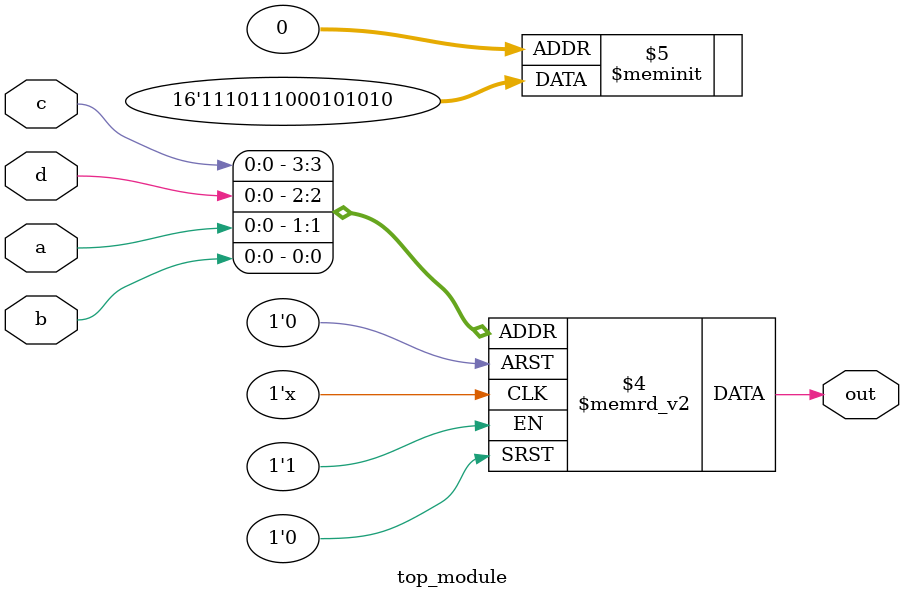
<source format=sv>
module top_module (
    input a,
    input b,
    input c,
    input d,
    output reg out
);

always @(*) begin
    case ({c, d, a, b})
        4'b0000: out = 1'b0; // ab=00, cd=00
        4'b0001: out = 1'b1; // ab=01, cd=00
        4'b0010: out = 1'b0; // ab=10, cd=00
        4'b0011: out = 1'b1; // ab=11, cd=00
        4'b0100: out = 1'b0; // ab=00, cd=01
        4'b0101: out = 1'b1; // ab=01, cd=01
        4'b0110: out = 1'b0; // ab=10, cd=01
        4'b0111: out = 1'b0; // ab=11, cd=01
        4'b1000: out = 1'b0; // ab=00, cd=10
        4'b1001: out = 1'b1; // ab=01, cd=10
        4'b1010: out = 1'b1; // ab=10, cd=10
        4'b1011: out = 1'b1; // ab=11, cd=10
        4'b1100: out = 1'b0; // ab=00, cd=11
        4'b1101: out = 1'b1; // ab=01, cd=11
        4'b1110: out = 1'b1; // ab=10, cd=11
        4'b1111: out = 1'b1; // ab=11, cd=11
        default: out = 1'b0; // Default to 0 for safety
    endcase
end

endmodule

</source>
